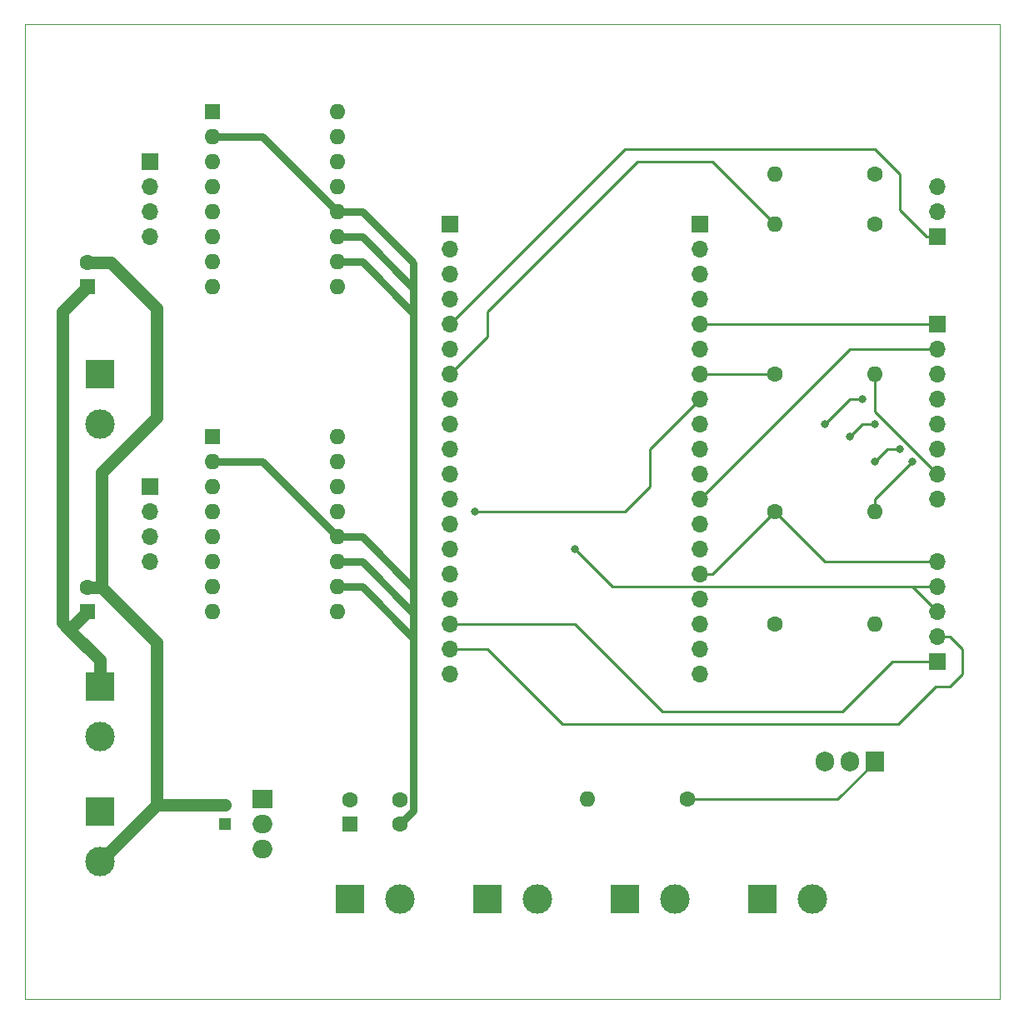
<source format=gbr>
G04 #@! TF.GenerationSoftware,KiCad,Pcbnew,(5.1.2)-2*
G04 #@! TF.CreationDate,2019-07-27T17:10:03+02:00*
G04 #@! TF.ProjectId,3D Scanner,33442053-6361-46e6-9e65-722e6b696361,1.0*
G04 #@! TF.SameCoordinates,Original*
G04 #@! TF.FileFunction,Copper,L2,Bot*
G04 #@! TF.FilePolarity,Positive*
%FSLAX46Y46*%
G04 Gerber Fmt 4.6, Leading zero omitted, Abs format (unit mm)*
G04 Created by KiCad (PCBNEW (5.1.2)-2) date 2019-07-27 17:10:03*
%MOMM*%
%LPD*%
G04 APERTURE LIST*
%ADD10C,0.050000*%
%ADD11O,1.600000X1.600000*%
%ADD12R,1.600000X1.600000*%
%ADD13C,3.000000*%
%ADD14R,3.000000X3.000000*%
%ADD15O,1.905000X2.000000*%
%ADD16R,1.905000X2.000000*%
%ADD17O,2.000000X1.905000*%
%ADD18R,2.000000X1.905000*%
%ADD19O,1.700000X1.700000*%
%ADD20R,1.700000X1.700000*%
%ADD21C,1.600000*%
%ADD22C,1.200000*%
%ADD23R,1.200000X1.200000*%
%ADD24C,0.800000*%
%ADD25C,0.250000*%
%ADD26C,1.250000*%
%ADD27C,0.750000*%
G04 APERTURE END LIST*
D10*
X58420000Y-163830000D02*
X58420000Y-68580000D01*
X157480000Y-68580000D02*
X157480000Y-163830000D01*
X58420000Y-68580000D02*
X157480000Y-68580000D01*
X58420000Y-167640000D02*
X58420000Y-163830000D01*
X157480000Y-167640000D02*
X58420000Y-167640000D01*
X157480000Y-163830000D02*
X157480000Y-167640000D01*
D11*
X90170000Y-77470000D03*
X77470000Y-95250000D03*
X90170000Y-80010000D03*
X77470000Y-92710000D03*
X90170000Y-82550000D03*
X77470000Y-90170000D03*
X90170000Y-85090000D03*
X77470000Y-87630000D03*
X90170000Y-87630000D03*
X77470000Y-85090000D03*
X90170000Y-90170000D03*
X77470000Y-82550000D03*
X90170000Y-92710000D03*
X77470000Y-80010000D03*
X90170000Y-95250000D03*
D12*
X77470000Y-77470000D03*
D11*
X90170000Y-110490000D03*
X77470000Y-128270000D03*
X90170000Y-113030000D03*
X77470000Y-125730000D03*
X90170000Y-115570000D03*
X77470000Y-123190000D03*
X90170000Y-118110000D03*
X77470000Y-120650000D03*
X90170000Y-120650000D03*
X77470000Y-118110000D03*
X90170000Y-123190000D03*
X77470000Y-115570000D03*
X90170000Y-125730000D03*
X77470000Y-113030000D03*
X90170000Y-128270000D03*
D12*
X77470000Y-110490000D03*
D13*
X66040000Y-140970000D03*
D14*
X66040000Y-135890000D03*
D13*
X66040000Y-109220000D03*
D14*
X66040000Y-104140000D03*
D13*
X66040000Y-153670000D03*
D14*
X66040000Y-148590000D03*
D13*
X138430000Y-157480000D03*
D14*
X133350000Y-157480000D03*
D13*
X124460000Y-157480000D03*
D14*
X119380000Y-157480000D03*
D13*
X110490000Y-157480000D03*
D14*
X105410000Y-157480000D03*
D13*
X96520000Y-157480000D03*
D14*
X91440000Y-157480000D03*
D15*
X139700000Y-143510000D03*
X142240000Y-143510000D03*
D16*
X144780000Y-143510000D03*
D17*
X82550000Y-152400000D03*
X82550000Y-149860000D03*
D18*
X82550000Y-147320000D03*
D19*
X127000000Y-116840000D03*
X127000000Y-124460000D03*
X127000000Y-111760000D03*
X127000000Y-106680000D03*
X127000000Y-119380000D03*
X127000000Y-101600000D03*
X127000000Y-127000000D03*
D20*
X127000000Y-88900000D03*
D19*
X127000000Y-93980000D03*
X127000000Y-99060000D03*
X127000000Y-129540000D03*
X127000000Y-132080000D03*
X127000000Y-134620000D03*
X127000000Y-104140000D03*
X127000000Y-91440000D03*
X127000000Y-114300000D03*
X127000000Y-96520000D03*
X127000000Y-121920000D03*
X127000000Y-109220000D03*
X101600000Y-116840000D03*
X101600000Y-124460000D03*
X101600000Y-111760000D03*
X101600000Y-106680000D03*
X101600000Y-119380000D03*
X101600000Y-101600000D03*
X101600000Y-127000000D03*
D20*
X101600000Y-88900000D03*
D19*
X101600000Y-93980000D03*
X101600000Y-99060000D03*
X101600000Y-129540000D03*
X101600000Y-132080000D03*
X101600000Y-134620000D03*
X101600000Y-104140000D03*
X101600000Y-91440000D03*
X101600000Y-114300000D03*
X101600000Y-96520000D03*
X101600000Y-121920000D03*
X101600000Y-109220000D03*
X151130000Y-130810000D03*
X151130000Y-125730000D03*
X151130000Y-123190000D03*
X151130000Y-128270000D03*
D20*
X151130000Y-133350000D03*
D19*
X71120000Y-123190000D03*
X71120000Y-120650000D03*
X71120000Y-118110000D03*
D20*
X71120000Y-115570000D03*
D19*
X71120000Y-90170000D03*
X71120000Y-87630000D03*
X71120000Y-85090000D03*
D20*
X71120000Y-82550000D03*
D19*
X151130000Y-116840000D03*
X151130000Y-114300000D03*
X151130000Y-111760000D03*
X151130000Y-109220000D03*
X151130000Y-106680000D03*
X151130000Y-104140000D03*
X151130000Y-101600000D03*
D20*
X151130000Y-99060000D03*
D19*
X151130000Y-85090000D03*
X151130000Y-87630000D03*
D20*
X151130000Y-90170000D03*
D11*
X144780000Y-129540000D03*
D21*
X134620000Y-129540000D03*
D11*
X115570000Y-147320000D03*
D21*
X125730000Y-147320000D03*
D11*
X144780000Y-104140000D03*
D21*
X134620000Y-104140000D03*
D11*
X144780000Y-118110000D03*
D21*
X134620000Y-118110000D03*
D11*
X134620000Y-88900000D03*
D21*
X144780000Y-88900000D03*
D11*
X134620000Y-83820000D03*
D21*
X144780000Y-83820000D03*
X64770000Y-125770000D03*
D12*
X64770000Y-128270000D03*
D21*
X64770000Y-92750000D03*
D12*
X64770000Y-95250000D03*
D21*
X96520000Y-147360000D03*
X96520000Y-149860000D03*
X91440000Y-147360000D03*
D12*
X91440000Y-149860000D03*
D22*
X78740000Y-147860000D03*
D23*
X78740000Y-149860000D03*
D24*
X148590000Y-113030000D03*
X142240000Y-110490000D03*
X144780000Y-109220000D03*
X143510000Y-106680000D03*
X139700000Y-109220000D03*
X104140000Y-118110000D03*
X144780000Y-113030000D03*
X147320000Y-111760000D03*
X114300000Y-121920000D03*
D25*
X144780000Y-116840000D02*
X144780000Y-118110000D01*
X148590000Y-113030000D02*
X144780000Y-116840000D01*
X128270000Y-124460000D02*
X134620000Y-118110000D01*
X127000000Y-124460000D02*
X128270000Y-124460000D01*
X139700000Y-123190000D02*
X151130000Y-123190000D01*
X134620000Y-118110000D02*
X139700000Y-123190000D01*
X142240000Y-101600000D02*
X151130000Y-101600000D01*
X127000000Y-116840000D02*
X142240000Y-101600000D01*
X142240000Y-110490000D02*
X143510000Y-109220000D01*
X143510000Y-109220000D02*
X144780000Y-109220000D01*
X143510000Y-106680000D02*
X142240000Y-106680000D01*
X142240000Y-106680000D02*
X139700000Y-109220000D01*
X119380000Y-118110000D02*
X121920000Y-115570000D01*
X121920000Y-111760000D02*
X127000000Y-106680000D01*
X121920000Y-115570000D02*
X121920000Y-111760000D01*
X104140000Y-118110000D02*
X119380000Y-118110000D01*
X144780000Y-113030000D02*
X146050000Y-111760000D01*
X146050000Y-111760000D02*
X147320000Y-111760000D01*
X127000000Y-104140000D02*
X134620000Y-104140000D01*
X151130000Y-99060000D02*
X127000000Y-99060000D01*
X114300000Y-121920000D02*
X118110000Y-125730000D01*
X151130000Y-128270000D02*
X148590000Y-125730000D01*
X118110000Y-125730000D02*
X148590000Y-125730000D01*
X148590000Y-125730000D02*
X151130000Y-125730000D01*
X105410000Y-132080000D02*
X101600000Y-132080000D01*
X113030000Y-139700000D02*
X105410000Y-132080000D01*
X147155002Y-139700000D02*
X150965002Y-135890000D01*
X142240000Y-139700000D02*
X147155002Y-139700000D01*
X142240000Y-139700000D02*
X113030000Y-139700000D01*
X142645002Y-139700000D02*
X142240000Y-139700000D01*
X150965002Y-135890000D02*
X152400000Y-135890000D01*
X152400000Y-135890000D02*
X153670000Y-134620000D01*
X153670000Y-134620000D02*
X153670000Y-132080000D01*
X153670000Y-132080000D02*
X152400000Y-130810000D01*
X152400000Y-130810000D02*
X151130000Y-130810000D01*
X101600000Y-129540000D02*
X114300000Y-129540000D01*
X114300000Y-129540000D02*
X123190000Y-138430000D01*
X123190000Y-138430000D02*
X141490000Y-138430000D01*
X146570000Y-133350000D02*
X151130000Y-133350000D01*
X141490000Y-138430000D02*
X146570000Y-133350000D01*
X128270000Y-82550000D02*
X134620000Y-88900000D01*
X120650000Y-82550000D02*
X128270000Y-82550000D01*
X105410000Y-97790000D02*
X120650000Y-82550000D01*
X101600000Y-104140000D02*
X105410000Y-100330000D01*
X105410000Y-100330000D02*
X105410000Y-97790000D01*
X150030000Y-90170000D02*
X151130000Y-90170000D01*
X147320000Y-87460000D02*
X150030000Y-90170000D01*
X147320000Y-83820000D02*
X147320000Y-87460000D01*
X144780000Y-81280000D02*
X147320000Y-83820000D01*
X119380000Y-81280000D02*
X144780000Y-81280000D01*
X101600000Y-99060000D02*
X119380000Y-81280000D01*
D26*
X62230000Y-97790000D02*
X64770000Y-95250000D01*
X62230000Y-129330000D02*
X62230000Y-97790000D01*
X66040000Y-135890000D02*
X66040000Y-133140000D01*
X64770000Y-128270000D02*
X62970000Y-130070000D01*
X66040000Y-133140000D02*
X62970000Y-130070000D01*
X62970000Y-130070000D02*
X62230000Y-129330000D01*
D27*
X96520000Y-149860000D02*
X97945001Y-148434999D01*
X90170000Y-87630000D02*
X92710000Y-87630000D01*
X92710000Y-87630000D02*
X97790000Y-92710000D01*
X90170000Y-90170000D02*
X92710000Y-90170000D01*
X92710000Y-90170000D02*
X97945001Y-95405001D01*
X97945001Y-97634999D02*
X97945001Y-95405001D01*
X97945001Y-95405001D02*
X97945001Y-94135001D01*
X90170000Y-92710000D02*
X92710000Y-92710000D01*
X92710000Y-92710000D02*
X97945001Y-97945001D01*
X97945001Y-124615001D02*
X97945001Y-97945001D01*
X97945001Y-97945001D02*
X97945001Y-97634999D01*
X90170000Y-120650000D02*
X92710000Y-120650000D01*
X92710000Y-120650000D02*
X97945001Y-125885001D01*
X97945001Y-125885001D02*
X97945001Y-124615001D01*
X90170000Y-123190000D02*
X92710000Y-123190000D01*
X92710000Y-123190000D02*
X97945001Y-128425001D01*
X97945001Y-128425001D02*
X97945001Y-125885001D01*
X90170000Y-125730000D02*
X92710000Y-125730000D01*
X92710000Y-125730000D02*
X97945001Y-130965001D01*
X97945001Y-148434999D02*
X97945001Y-130965001D01*
X97945001Y-130965001D02*
X97945001Y-128425001D01*
X97945001Y-94135001D02*
X97945001Y-92865001D01*
X82550000Y-80010000D02*
X90170000Y-87630000D01*
X77470000Y-80010000D02*
X82550000Y-80010000D01*
X82550000Y-113030000D02*
X90170000Y-120650000D01*
X77470000Y-113030000D02*
X82550000Y-113030000D01*
D25*
X144780000Y-107950000D02*
X151130000Y-114300000D01*
X144780000Y-104140000D02*
X144780000Y-107950000D01*
X144780000Y-143557500D02*
X144780000Y-143510000D01*
X141017500Y-147320000D02*
X144780000Y-143557500D01*
X125730000Y-147320000D02*
X141017500Y-147320000D01*
D26*
X71850000Y-147860000D02*
X78740000Y-147860000D01*
X66040000Y-153670000D02*
X71850000Y-147860000D01*
X67171370Y-92750000D02*
X64770000Y-92750000D01*
X71850000Y-97428630D02*
X67171370Y-92750000D01*
X71850000Y-147860000D02*
X71850000Y-131350000D01*
X66270000Y-125770000D02*
X64770000Y-125770000D01*
X71850000Y-131350000D02*
X66270000Y-125770000D01*
X66270000Y-125770000D02*
X66270000Y-114070000D01*
X71850000Y-108490000D02*
X71850000Y-97428630D01*
X66270000Y-114070000D02*
X71850000Y-108490000D01*
M02*

</source>
